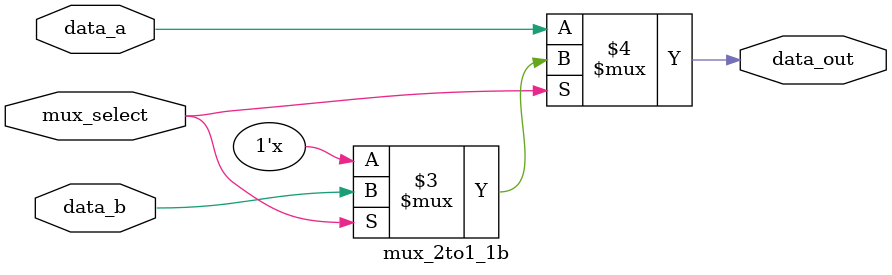
<source format=v>
`timescale 1ns / 1ps


module mux_2to1_1b(
    
          input  mux_select ,
           input data_a     ,
           input data_b     ,
           output data_out   

    );
    
    
    assign  data_out = (mux_select==0)? data_a : (mux_select==1)? data_b : 1'bx; 
    
endmodule


/*
library IEEE;
use IEEE.STD_LOGIC_1164.ALL;
use IEEE.STD_LOGIC_ARITH.ALL;
use IEEE.STD_LOGIC_UNSIGNED.ALL;

entity mux_2to1_1b is
    port ( mux_select : in  std_logic;
           data_a     : in  std_logic;
           data_b     : in  std_logic;
           data_out   : out std_logic );
end mux_2to1_1b;

architecture behavioural of mux_2to1_1b is
begin

    data_out <= data_a when mux_select = '0' else
                data_b when mux_select = '1' else
                'X';

end behavioural;
*/

</source>
